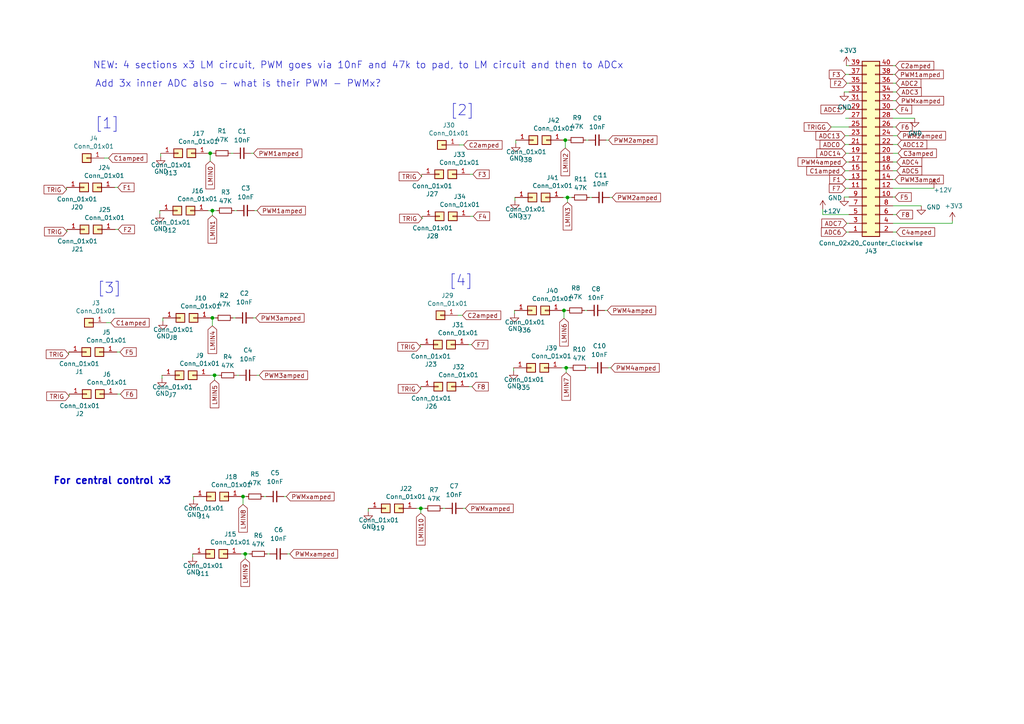
<source format=kicad_sch>
(kicad_sch (version 20211123) (generator eeschema)
  (paper "A4")
  (lib_symbols
    (symbol "Connector_Generic:Conn_01x01" (pin_names (offset 1.016) hide)
      (property "Reference" "J" (at 0 2.54 0))
      (property "Value" "Conn_01x01" (at 0 -2.54 0))
      (symbol "Conn_01x01_1_1"
        (rectangle (start -1.27 0.127) (end 0 -0.127) (stroke (width 0.1524)))
        (rectangle (start -1.27 1.27) (end 1.27 -1.27) (stroke (width 0.254)) (fill (type background)))
        (pin passive line (at -5.08 0 0) (length 3.81) (name "Pin_1") (number "1"))
      )
    )
    (symbol "Connector_Generic:Conn_02x20_Odd_Even" (pin_names (offset 1.016) hide)
      (property "Reference" "J" (at 1.27 25.4 0))
      (property "Value" "Conn_02x20_Odd_Even" (at 1.27 -27.94 0))
      (symbol "Conn_02x20_Odd_Even_1_1"
        (rectangle (start -1.27 -25.273) (end 0 -25.527) (stroke (width 0.1524)))
        (rectangle (start -1.27 -22.733) (end 0 -22.987) (stroke (width 0.1524)))
        (rectangle (start -1.27 -20.193) (end 0 -20.447) (stroke (width 0.1524)))
        (rectangle (start -1.27 -17.653) (end 0 -17.907) (stroke (width 0.1524)))
        (rectangle (start -1.27 -15.113) (end 0 -15.367) (stroke (width 0.1524)))
        (rectangle (start -1.27 -12.573) (end 0 -12.827) (stroke (width 0.1524)))
        (rectangle (start -1.27 -10.033) (end 0 -10.287) (stroke (width 0.1524)))
        (rectangle (start -1.27 -7.493) (end 0 -7.747) (stroke (width 0.1524)))
        (rectangle (start -1.27 -4.953) (end 0 -5.207) (stroke (width 0.1524)))
        (rectangle (start -1.27 -2.413) (end 0 -2.667) (stroke (width 0.1524)))
        (rectangle (start -1.27 0.127) (end 0 -0.127) (stroke (width 0.1524)))
        (rectangle (start -1.27 2.667) (end 0 2.413) (stroke (width 0.1524)))
        (rectangle (start -1.27 5.207) (end 0 4.953) (stroke (width 0.1524)))
        (rectangle (start -1.27 7.747) (end 0 7.493) (stroke (width 0.1524)))
        (rectangle (start -1.27 10.287) (end 0 10.033) (stroke (width 0.1524)))
        (rectangle (start -1.27 12.827) (end 0 12.573) (stroke (width 0.1524)))
        (rectangle (start -1.27 15.367) (end 0 15.113) (stroke (width 0.1524)))
        (rectangle (start -1.27 17.907) (end 0 17.653) (stroke (width 0.1524)))
        (rectangle (start -1.27 20.447) (end 0 20.193) (stroke (width 0.1524)))
        (rectangle (start -1.27 22.987) (end 0 22.733) (stroke (width 0.1524)))
        (rectangle (start -1.27 24.13) (end 3.81 -26.67) (stroke (width 0.254)) (fill (type background)))
        (rectangle (start 3.81 -25.273) (end 2.54 -25.527) (stroke (width 0.1524)))
        (rectangle (start 3.81 -22.733) (end 2.54 -22.987) (stroke (width 0.1524)))
        (rectangle (start 3.81 -20.193) (end 2.54 -20.447) (stroke (width 0.1524)))
        (rectangle (start 3.81 -17.653) (end 2.54 -17.907) (stroke (width 0.1524)))
        (rectangle (start 3.81 -15.113) (end 2.54 -15.367) (stroke (width 0.1524)))
        (rectangle (start 3.81 -12.573) (end 2.54 -12.827) (stroke (width 0.1524)))
        (rectangle (start 3.81 -10.033) (end 2.54 -10.287) (stroke (width 0.1524)))
        (rectangle (start 3.81 -7.493) (end 2.54 -7.747) (stroke (width 0.1524)))
        (rectangle (start 3.81 -4.953) (end 2.54 -5.207) (stroke (width 0.1524)))
        (rectangle (start 3.81 -2.413) (end 2.54 -2.667) (stroke (width 0.1524)))
        (rectangle (start 3.81 0.127) (end 2.54 -0.127) (stroke (width 0.1524)))
        (rectangle (start 3.81 2.667) (end 2.54 2.413) (stroke (width 0.1524)))
        (rectangle (start 3.81 5.207) (end 2.54 4.953) (stroke (width 0.1524)))
        (rectangle (start 3.81 7.747) (end 2.54 7.493) (stroke (width 0.1524)))
        (rectangle (start 3.81 10.287) (end 2.54 10.033) (stroke (width 0.1524)))
        (rectangle (start 3.81 12.827) (end 2.54 12.573) (stroke (width 0.1524)))
        (rectangle (start 3.81 15.367) (end 2.54 15.113) (stroke (width 0.1524)))
        (rectangle (start 3.81 17.907) (end 2.54 17.653) (stroke (width 0.1524)))
        (rectangle (start 3.81 20.447) (end 2.54 20.193) (stroke (width 0.1524)))
        (rectangle (start 3.81 22.987) (end 2.54 22.733) (stroke (width 0.1524)))
        (pin passive line (at -5.08 22.86 0) (length 3.81) (name "Pin_1") (number "1"))
        (pin passive line (at 7.62 12.7 180) (length 3.81) (name "Pin_10") (number "10"))
        (pin passive line (at -5.08 10.16 0) (length 3.81) (name "Pin_11") (number "11"))
        (pin passive line (at 7.62 10.16 180) (length 3.81) (name "Pin_12") (number "12"))
        (pin passive line (at -5.08 7.62 0) (length 3.81) (name "Pin_13") (number "13"))
        (pin passive line (at 7.62 7.62 180) (length 3.81) (name "Pin_14") (number "14"))
        (pin passive line (at -5.08 5.08 0) (length 3.81) (name "Pin_15") (number "15"))
        (pin passive line (at 7.62 5.08 180) (length 3.81) (name "Pin_16") (number "16"))
        (pin passive line (at -5.08 2.54 0) (length 3.81) (name "Pin_17") (number "17"))
        (pin passive line (at 7.62 2.54 180) (length 3.81) (name "Pin_18") (number "18"))
        (pin passive line (at -5.08 0 0) (length 3.81) (name "Pin_19") (number "19"))
        (pin passive line (at 7.62 22.86 180) (length 3.81) (name "Pin_2") (number "2"))
        (pin passive line (at 7.62 0 180) (length 3.81) (name "Pin_20") (number "20"))
        (pin passive line (at -5.08 -2.54 0) (length 3.81) (name "Pin_21") (number "21"))
        (pin passive line (at 7.62 -2.54 180) (length 3.81) (name "Pin_22") (number "22"))
        (pin passive line (at -5.08 -5.08 0) (length 3.81) (name "Pin_23") (number "23"))
        (pin passive line (at 7.62 -5.08 180) (length 3.81) (name "Pin_24") (number "24"))
        (pin passive line (at -5.08 -7.62 0) (length 3.81) (name "Pin_25") (number "25"))
        (pin passive line (at 7.62 -7.62 180) (length 3.81) (name "Pin_26") (number "26"))
        (pin passive line (at -5.08 -10.16 0) (length 3.81) (name "Pin_27") (number "27"))
        (pin passive line (at 7.62 -10.16 180) (length 3.81) (name "Pin_28") (number "28"))
        (pin passive line (at -5.08 -12.7 0) (length 3.81) (name "Pin_29") (number "29"))
        (pin passive line (at -5.08 20.32 0) (length 3.81) (name "Pin_3") (number "3"))
        (pin passive line (at 7.62 -12.7 180) (length 3.81) (name "Pin_30") (number "30"))
        (pin passive line (at -5.08 -15.24 0) (length 3.81) (name "Pin_31") (number "31"))
        (pin passive line (at 7.62 -15.24 180) (length 3.81) (name "Pin_32") (number "32"))
        (pin passive line (at -5.08 -17.78 0) (length 3.81) (name "Pin_33") (number "33"))
        (pin passive line (at 7.62 -17.78 180) (length 3.81) (name "Pin_34") (number "34"))
        (pin passive line (at -5.08 -20.32 0) (length 3.81) (name "Pin_35") (number "35"))
        (pin passive line (at 7.62 -20.32 180) (length 3.81) (name "Pin_36") (number "36"))
        (pin passive line (at -5.08 -22.86 0) (length 3.81) (name "Pin_37") (number "37"))
        (pin passive line (at 7.62 -22.86 180) (length 3.81) (name "Pin_38") (number "38"))
        (pin passive line (at -5.08 -25.4 0) (length 3.81) (name "Pin_39") (number "39"))
        (pin passive line (at 7.62 20.32 180) (length 3.81) (name "Pin_4") (number "4"))
        (pin passive line (at 7.62 -25.4 180) (length 3.81) (name "Pin_40") (number "40"))
        (pin passive line (at -5.08 17.78 0) (length 3.81) (name "Pin_5") (number "5"))
        (pin passive line (at 7.62 17.78 180) (length 3.81) (name "Pin_6") (number "6"))
        (pin passive line (at -5.08 15.24 0) (length 3.81) (name "Pin_7") (number "7"))
        (pin passive line (at 7.62 15.24 180) (length 3.81) (name "Pin_8") (number "8"))
        (pin passive line (at -5.08 12.7 0) (length 3.81) (name "Pin_9") (number "9"))
      )
    )
    (symbol "Device:C_Small" (pin_numbers hide) (pin_names (offset 0.254) hide)
      (property "Reference" "C" (at 0.254 1.778 0))
      (property "Value" "C_Small" (at 0.254 -2.032 0))
      (symbol "C_Small_0_1"
        (polyline (pts (xy -1.524 -0.508) (xy 1.524 -0.508)) (stroke (width 0.3302)))
        (polyline (pts (xy -1.524 0.508) (xy 1.524 0.508)) (stroke (width 0.3048)))
      )
      (symbol "C_Small_1_1"
        (pin passive line (at 0 2.54 270) (length 2.032) (name "~") (number "1"))
        (pin passive line (at 0 -2.54 90) (length 2.032) (name "~") (number "2"))
      )
    )
    (symbol "Device:R_Small" (pin_numbers hide) (pin_names (offset 0.254) hide)
      (property "Reference" "R" (at 0.762 0.508 0))
      (property "Value" "R_Small" (at 0.762 -1.016 0))
      (symbol "R_Small_0_1"
        (rectangle (start -0.762 1.778) (end 0.762 -1.778) (stroke (width 0.2032)))
      )
      (symbol "R_Small_1_1"
        (pin passive line (at 0 2.54 270) (length 0.762) (name "~") (number "1"))
        (pin passive line (at 0 -2.54 90) (length 0.762) (name "~") (number "2"))
      )
    )
    (symbol "power:+12V" (power) (pin_names (offset 0))
      (property "Value" "+12V" (at 0 3.556 0))
      (symbol "+12V_0_1"
        (polyline (pts (xy -0.762 1.27) (xy 0 2.54)))
        (polyline (pts (xy 0 0) (xy 0 2.54)))
        (polyline (pts (xy 0 2.54) (xy 0.762 1.27)))
      )
      (symbol "+12V_1_1"
        (pin power_in line (at 0 0 90) (length 0) hide (name "+12V") (number "1"))
      )
    )
    (symbol "power:+3.3V" (power) (pin_names (offset 0))
      (property "Value" "power_+3.3V" (at 0 3.556 0))
      (symbol "+3.3V_0_1"
        (polyline (pts (xy -0.762 1.27) (xy 0 2.54)))
        (polyline (pts (xy 0 0) (xy 0 2.54)))
        (polyline (pts (xy 0 2.54) (xy 0.762 1.27)))
      )
      (symbol "+3.3V_1_1"
        (pin power_in line (at 0 0 90) (length 0) hide (name "+3V3") (number "1"))
      )
    )
    (symbol "power:GND" (power) (pin_names (offset 0))
      (property "Value" "GND" (at 0 -3.81 0))
      (symbol "GND_0_1"
        (polyline (pts (xy 0 0) (xy 0 -1.27) (xy 1.27 -1.27) (xy 0 -2.54) (xy -1.27 -1.27) (xy 0 -1.27)))
      )
      (symbol "GND_1_1"
        (pin power_in line (at 0 0 270) (length 0) hide (name "GND") (number "1"))
      )
    )
  )
  (junction (at 163.957 40.64))
  (junction (at 163.576 90.043))
  (junction (at 62.23 108.839))
  (junction (at 122.047 147.447))
  (junction (at 71.12 160.655))
  (junction (at 164.211 106.68))
  (junction (at 61.595 61.087))
  (junction (at 61.595 92.202))
  (junction (at 60.96 44.45))
  (junction (at 70.485 144.018))
  (junction (at 164.592 57.277))
  (wire (pts (xy 66.929 44.45) (xy 67.691 44.45)))
  (wire (pts (xy 134.239 147.447) (xy 135.001 147.447)))
  (wire (pts (xy 34.036 114.3) (xy 34.925 114.3)))
  (wire (pts (xy 74.422 108.839) (xy 75.184 108.839)))
  (wire (pts (xy 67.564 92.202) (xy 68.326 92.202)))
  (wire (pts (xy 258.953 41.91) (xy 260.35 41.91)))
  (wire (pts (xy 244.856 26.67) (xy 246.253 26.67)))
  (wire (pts (xy 77.47 160.655) (xy 78.232 160.655)))
  (wire (pts (xy 176.403 106.68) (xy 177.165 106.68)))
  (wire (pts (xy 62.23 108.839) (xy 63.5 108.839)))
  (wire (pts (xy 258.953 36.83) (xy 259.842 36.83)))
  (wire (pts (xy 73.787 61.087) (xy 74.549 61.087)))
  (wire (pts (xy 61.595 61.087) (xy 61.595 62.484)))
  (wire (pts (xy 149.352 57.277) (xy 149.352 58.166)))
  (wire (pts (xy 55.88 160.655) (xy 55.88 161.544)))
  (wire (pts (xy 245.491 19.05) (xy 246.253 19.05)))
  (wire (pts (xy 258.953 29.21) (xy 259.842 29.21)))
  (wire (pts (xy 170.942 57.277) (xy 171.704 57.277)))
  (wire (pts (xy 67.945 61.087) (xy 68.707 61.087)))
  (wire (pts (xy 56.134 144.018) (xy 56.134 144.907)))
  (wire (pts (xy 61.214 92.202) (xy 61.595 92.202)))
  (wire (pts (xy 61.595 61.087) (xy 62.865 61.087)))
  (wire (pts (xy 245.491 46.99) (xy 246.253 46.99)))
  (wire (pts (xy 122.301 50.546) (xy 122.301 51.181)))
  (wire (pts (xy 122.047 112.141) (xy 122.047 112.776)))
  (wire (pts (xy 82.296 144.018) (xy 83.058 144.018)))
  (wire (pts (xy 83.312 160.655) (xy 84.074 160.655)))
  (wire (pts (xy 244.856 57.15) (xy 246.253 57.15)))
  (wire (pts (xy 19.304 54.356) (xy 19.304 54.991)))
  (wire (pts (xy 169.926 40.64) (xy 170.688 40.64)))
  (wire (pts (xy 258.953 57.15) (xy 259.588 57.15)))
  (wire (pts (xy 163.957 40.64) (xy 163.957 42.926)))
  (wire (pts (xy 258.953 21.59) (xy 259.588 21.59)))
  (wire (pts (xy 163.576 90.043) (xy 163.576 92.329)))
  (wire (pts (xy 73.406 92.202) (xy 74.168 92.202)))
  (wire (pts (xy 60.579 44.45) (xy 60.96 44.45)))
  (wire (pts (xy 163.576 40.64) (xy 163.957 40.64)))
  (wire (pts (xy 76.454 144.018) (xy 77.216 144.018)))
  (wire (pts (xy 136.398 62.738) (xy 137.287 62.738)))
  (wire (pts (xy 136.017 112.141) (xy 136.906 112.141)))
  (wire (pts (xy 163.195 90.043) (xy 163.576 90.043)))
  (wire (pts (xy 163.576 90.043) (xy 164.465 90.043)))
  (wire (pts (xy 245.364 52.07) (xy 246.253 52.07)))
  (wire (pts (xy 30.861 93.599) (xy 32.131 93.599)))
  (wire (pts (xy 170.561 106.68) (xy 171.323 106.68)))
  (wire (pts (xy 106.807 147.447) (xy 106.807 148.336)))
  (wire (pts (xy 70.485 144.018) (xy 70.485 146.304)))
  (wire (pts (xy 72.771 44.45) (xy 73.533 44.45)))
  (wire (pts (xy 258.953 49.53) (xy 260.096 49.53)))
  (wire (pts (xy 69.85 160.655) (xy 71.12 160.655)))
  (wire (pts (xy 162.941 106.68) (xy 164.211 106.68)))
  (wire (pts (xy 70.485 144.018) (xy 71.374 144.018)))
  (wire (pts (xy 164.592 57.277) (xy 165.862 57.277)))
  (wire (pts (xy 245.491 67.31) (xy 246.253 67.31)))
  (wire (pts (xy 169.545 90.043) (xy 170.307 90.043)))
  (wire (pts (xy 245.618 24.13) (xy 246.253 24.13)))
  (wire (pts (xy 120.777 147.447) (xy 122.047 147.447)))
  (wire (pts (xy 258.953 64.77) (xy 276.225 64.77)))
  (wire (pts (xy 46.355 61.087) (xy 46.355 61.976)))
  (wire (pts (xy 175.387 90.043) (xy 176.149 90.043)))
  (wire (pts (xy 245.618 64.77) (xy 246.253 64.77)))
  (wire (pts (xy 163.957 40.64) (xy 164.846 40.64)))
  (wire (pts (xy 238.633 62.23) (xy 246.253 62.23)))
  (wire (pts (xy 60.96 44.45) (xy 61.849 44.45)))
  (wire (pts (xy 164.592 57.277) (xy 164.592 58.674)))
  (wire (pts (xy 258.953 39.37) (xy 260.223 39.37)))
  (wire (pts (xy 46.609 44.45) (xy 46.609 45.339)))
  (wire (pts (xy 133.223 42.037) (xy 134.493 42.037)))
  (wire (pts (xy 149.225 90.043) (xy 149.225 90.932)))
  (wire (pts (xy 245.237 34.29) (xy 246.253 34.29)))
  (wire (pts (xy 276.225 64.77) (xy 276.225 64.135)))
  (wire (pts (xy 258.953 59.69) (xy 267.208 59.69)))
  (wire (pts (xy 121.92 99.949) (xy 121.92 100.584)))
  (wire (pts (xy 176.784 57.277) (xy 177.546 57.277)))
  (wire (pts (xy 245.364 44.45) (xy 246.253 44.45)))
  (wire (pts (xy 122.428 62.738) (xy 122.428 63.373)))
  (wire (pts (xy 60.325 61.087) (xy 61.595 61.087)))
  (wire (pts (xy 245.11 41.91) (xy 246.253 41.91)))
  (wire (pts (xy 19.431 66.548) (xy 19.431 67.183)))
  (wire (pts (xy 68.58 108.839) (xy 69.342 108.839)))
  (wire (pts (xy 47.244 92.202) (xy 47.244 93.091)))
  (wire (pts (xy 258.953 26.67) (xy 259.969 26.67)))
  (wire (pts (xy 258.953 34.29) (xy 265.303 34.29)))
  (wire (pts (xy 122.047 147.447) (xy 122.047 148.844)))
  (wire (pts (xy 71.12 160.655) (xy 72.39 160.655)))
  (wire (pts (xy 20.066 114.3) (xy 20.066 114.935)))
  (wire (pts (xy 245.364 31.75) (xy 246.253 31.75)))
  (wire (pts (xy 258.953 67.31) (xy 259.969 67.31)))
  (wire (pts (xy 33.274 54.356) (xy 34.163 54.356)))
  (wire (pts (xy 258.953 54.61) (xy 270.891 54.61)))
  (wire (pts (xy 245.237 54.61) (xy 246.253 54.61)))
  (wire (pts (xy 30.226 45.847) (xy 31.496 45.847)))
  (wire (pts (xy 164.211 106.68) (xy 164.211 108.077)))
  (wire (pts (xy 60.96 108.839) (xy 62.23 108.839)))
  (wire (pts (xy 258.953 62.23) (xy 259.969 62.23)))
  (wire (pts (xy 70.104 144.018) (xy 70.485 144.018)))
  (wire (pts (xy 61.595 92.202) (xy 61.595 94.488)))
  (wire (pts (xy 62.23 108.839) (xy 62.23 110.236)))
  (wire (pts (xy 135.89 99.949) (xy 136.779 99.949)))
  (wire (pts (xy 163.322 57.277) (xy 164.592 57.277)))
  (wire (pts (xy 245.237 21.59) (xy 246.253 21.59)))
  (wire (pts (xy 33.401 66.548) (xy 34.29 66.548)))
  (wire (pts (xy 71.12 160.655) (xy 71.12 162.052)))
  (wire (pts (xy 245.11 39.37) (xy 246.253 39.37)))
  (wire (pts (xy 258.953 44.45) (xy 260.477 44.45)))
  (wire (pts (xy 258.953 46.99) (xy 260.096 46.99)))
  (wire (pts (xy 238.633 60.706) (xy 238.633 62.23)))
  (wire (pts (xy 46.99 108.839) (xy 46.99 109.728)))
  (wire (pts (xy 258.953 31.75) (xy 259.715 31.75)))
  (wire (pts (xy 61.595 92.202) (xy 62.484 92.202)))
  (wire (pts (xy 245.11 49.53) (xy 246.253 49.53)))
  (wire (pts (xy 33.909 102.108) (xy 34.798 102.108)))
  (wire (pts (xy 122.047 147.447) (xy 123.317 147.447)))
  (wire (pts (xy 128.397 147.447) (xy 129.159 147.447)))
  (wire (pts (xy 136.271 50.546) (xy 137.16 50.546)))
  (wire (pts (xy 258.953 24.13) (xy 259.842 24.13)))
  (wire (pts (xy 19.939 102.108) (xy 19.939 102.743)))
  (wire (pts (xy 175.768 40.64) (xy 176.53 40.64)))
  (wire (pts (xy 148.971 106.68) (xy 148.971 107.569)))
  (wire (pts (xy 258.953 52.07) (xy 259.588 52.07)))
  (wire (pts (xy 241.046 36.83) (xy 246.253 36.83)))
  (wire (pts (xy 258.953 19.05) (xy 259.715 19.05)))
  (wire (pts (xy 164.211 106.68) (xy 165.481 106.68)))
  (wire (pts (xy 149.606 40.64) (xy 149.606 41.529)))
  (wire (pts (xy 60.96 44.45) (xy 60.96 46.736)))
  (wire (pts (xy 132.842 91.44) (xy 134.112 91.44)))
  (text "[3]" (at 28.194 85.471 0) (effects (font (size 2.9972 2.9972)) (justify left bottom)))
  (text "\n" (at 123.571 41.021 0) (effects (font (size 2.0066 2.0066)) (justify left bottom)))
  (text "\n" (at 154.432 94.615 0) (effects (font (size 2.0066 2.0066)) (justify left bottom)))
  (text "\n" (at 205.232 60.833 0) (effects (font (size 2.0066 2.0066)) (justify left bottom)))
  (text "\n" (at 61.341 154.051 0) (effects (font (size 2.0066 2.0066)) (justify left bottom)))
  (text "\n" (at 154.178 111.252 0) (effects (font (size 2.0066 2.0066)) (justify left bottom)))
  (text "[4]" (at 130.175 83.312 0) (effects (font (size 2.9972 2.9972)) (justify left bottom)))
  (text "\n" (at 123.19 97.409 0) (effects (font (size 2.0066 2.0066)) (justify left bottom)))
  (text "\n" (at 127.508 30.607 0) (effects (font (size 2.0066 2.0066)) (justify left bottom)))
  (text "\n" (at 52.451 102.235 0) (effects (font (size 2.0066 2.0066)) (justify left bottom)))
  (text "\n" (at 123.19 90.424 0) (effects (font (size 2.0066 2.0066)) (justify left bottom)))
  (text "\n" (at 20.574 42.545 0) (effects (font (size 2.0066 2.0066)) (justify left bottom)))
  (text "\n" (at 24.13 77.597 0) (effects (font (size 2.0066 2.0066)) (justify left bottom)))
  (text "\n" (at 51.816 49.022 0) (effects (font (size 2.0066 2.0066)) (justify left bottom)))
  (text "\n" (at 205.232 67.818 0) (effects (font (size 2.0066 2.0066)) (justify left bottom)))
  (text "\n" (at 117.475 97.663 0) (effects (font (size 2.0066 2.0066)) (justify left bottom)))
  (text "\n" (at 51.562 71.12 0) (effects (font (size 2.0066 2.0066)) (justify left bottom)))
  (text "\n" (at 154.559 67.31 0) (effects (font (size 2.0066 2.0066)) (justify left bottom)))
  (text "For central control x3" (at 15.367 140.716 0) (effects (font (size 2 2) (thickness 0.4) bold) (justify left bottom)))
  (text "\n" (at 61.087 170.688 0) (effects (font (size 2.0066 2.0066)) (justify left bottom)))
  (text "\n" (at 154.432 100.076 0) (effects (font (size 2.0066 2.0066)) (justify left bottom)))
  (text "NEW: 4 sections x3 LM circuit, PWM goes via 10nF and 47k to pad, to LM circuit and then to ADCx" (at 26.924 20.193 0) (effects (font (size 2 2)) (justify left bottom)))
  (text "\n" (at 127.508 55.118 0) (effects (font (size 2.0066 2.0066)) (justify left bottom)))
  (text "\n" (at 52.197 118.872 0) (effects (font (size 2.0066 2.0066)) (justify left bottom)))
  (text "\n" (at 21.209 90.297 0) (effects (font (size 2.0066 2.0066)) (justify left bottom)))
  (text "\n" (at 123.571 38.735 0) (effects (font (size 2.0066 2.0066)) (justify left bottom)))
  (text "\n" (at 154.813 50.673 0) (effects (font (size 2.0066 2.0066)) (justify left bottom)))
  (text "\n" (at 52.197 113.411 0) (effects (font (size 2.0066 2.0066)) (justify left bottom)))
  (text "\n" (at 117.475 95.377 0) (effects (font (size 2.0066 2.0066)) (justify left bottom)))
  (text "\n" (at 117.856 48.26 0) (effects (font (size 2.0066 2.0066)) (justify left bottom)))
  (text "\n" (at 123.19 88.138 0) (effects (font (size 2.0066 2.0066)) (justify left bottom)))
  (text "\n" (at 20.574 51.816 0) (effects (font (size 2.0066 2.0066)) (justify left bottom)))
  (text "\n" (at 117.856 45.974 0) (effects (font (size 2.0066 2.0066)) (justify left bottom)))
  (text "\n" (at 127.635 67.31 0) (effects (font (size 2.0066 2.0066)) (justify left bottom)))
  (text "\n" (at 25.146 106.68 0) (effects (font (size 2.0066 2.0066)) (justify left bottom)))
  (text "\n" (at 20.574 44.831 0) (effects (font (size 2.0066 2.0066)) (justify left bottom)))
  (text "\n" (at 25.273 118.872 0) (effects (font (size 2.0066 2.0066)) (justify left bottom)))
  (text "\n" (at 24.511 34.417 0) (effects (font (size 2.0066 2.0066)) (justify left bottom)))
  (text "\n" (at 127.254 116.713 0) (effects (font (size 2.0066 2.0066)) (justify left bottom)))
  (text "[2]" (at 130.556 33.909 0) (effects (font (size 2.9972 2.9972)) (justify left bottom)))
  (text "\n" (at 123.571 48.006 0) (effects (font (size 2.0066 2.0066)) (justify left bottom)))
  (text "\n" (at 154.559 61.849 0) (effects (font (size 2.0066 2.0066)) (justify left bottom)))
  (text "[1]" (at 27.559 37.719 0) (effects (font (size 2.9972 2.9972)) (justify left bottom)))
  (text "\n" (at 154.813 45.212 0) (effects (font (size 2.0066 2.0066)) (justify left bottom)))
  (text "\n" (at 21.209 92.583 0) (effects (font (size 2.0066 2.0066)) (justify left bottom)))
  (text "\n" (at 117.475 104.648 0) (effects (font (size 2.0066 2.0066)) (justify left bottom)))
  (text "\n" (at 205.232 58.547 0) (effects (font (size 2.0066 2.0066)) (justify left bottom)))
  (text "\n" (at 127.127 73.787 0) (effects (font (size 2.0066 2.0066)) (justify left bottom)))
  (text "\n" (at 112.014 152.019 0) (effects (font (size 2.0066 2.0066)) (justify left bottom)))
  (text "\n" (at 117.856 55.245 0) (effects (font (size 2.0066 2.0066)) (justify left bottom)))
  (text "\n" (at 51.816 54.483 0) (effects (font (size 2.0066 2.0066)) (justify left bottom)))
  (text "\n" (at 61.341 148.59 0) (effects (font (size 2.0066 2.0066)) (justify left bottom)))
  (text "\n" (at 61.087 165.227 0) (effects (font (size 2.0066 2.0066)) (justify left bottom)))
  (text "\n" (at 52.451 96.774 0) (effects (font (size 2.0066 2.0066)) (justify left bottom)))
  (text "\n" (at 154.178 116.713 0) (effects (font (size 2.0066 2.0066)) (justify left bottom)))
  (text "Add 3x inner ADC also - what is their PWM - PWMx?\n" (at 27.559 25.527 0) (effects (font (size 2 2)) (justify left bottom)))
  (text "\n" (at 24.638 71.12 0) (effects (font (size 2.0066 2.0066)) (justify left bottom)))
  (text "\n" (at 112.014 157.48 0) (effects (font (size 2.0066 2.0066)) (justify left bottom)))
  (text "\n" (at 51.562 65.659 0) (effects (font (size 2.0066 2.0066)) (justify left bottom)))
  (text "\n" (at 127.127 104.521 0) (effects (font (size 2.0066 2.0066)) (justify left bottom)))
  (text "\n" (at 21.209 99.568 0) (effects (font (size 2.0066 2.0066)) (justify left bottom)))
  (text "\n" (at 24.511 58.928 0) (effects (font (size 2.0066 2.0066)) (justify left bottom)))
  (global_label "ADC0" (shape input) (at 245.11 41.91 180) (property "Intersheet References" "${INTERSHEET_REFS}" (effects hide)))
  (global_label "F7" (shape input) (at 136.779 99.949 0) (property "Intersheet References" "${INTERSHEET_REFS}" (effects hide)))
  (global_label "F3" (shape input) (at 245.237 21.59 180) (property "Intersheet References" "${INTERSHEET_REFS}" (effects hide)))
  (global_label "F2" (shape input) (at 245.618 24.13 180) (property "Intersheet References" "${INTERSHEET_REFS}" (effects hide)))
  (global_label "PWMxamped" (shape input) (at 84.074 160.655 0) (property "Intersheet References" "${INTERSHEET_REFS}" (effects hide)))
  (global_label "LMIN9" (shape input) (at 71.12 162.052 270) (property "Intersheet References" "${INTERSHEET_REFS}" (effects hide)))
  (global_label "ADC7" (shape input) (at 245.618 64.77 180) (property "Intersheet References" "${INTERSHEET_REFS}" (effects hide)))
  (global_label "ADC1" (shape input) (at 245.364 31.75 180) (property "Intersheet References" "${INTERSHEET_REFS}" (effects hide)))
  (global_label "F6" (shape input) (at 259.842 36.83 0) (property "Intersheet References" "${INTERSHEET_REFS}" (effects hide)))
  (global_label "PWM4amped" (shape input) (at 176.149 90.043 0) (property "Intersheet References" "${INTERSHEET_REFS}" (effects hide)))
  (global_label "PWM2amped" (shape input) (at 260.223 39.37 0) (property "Intersheet References" "${INTERSHEET_REFS}" (effects hide)))
  (global_label "ADC12" (shape input) (at 260.35 41.91 0) (property "Intersheet References" "${INTERSHEET_REFS}" (effects hide)))
  (global_label "C1amped" (shape input) (at 31.496 45.847 0) (property "Intersheet References" "${INTERSHEET_REFS}" (effects hide)))
  (global_label "TRIG" (shape input) (at 122.301 51.181 180) (property "Intersheet References" "${INTERSHEET_REFS}" (effects hide)))
  (global_label "C1amped" (shape input) (at 32.131 93.599 0) (property "Intersheet References" "${INTERSHEET_REFS}" (effects hide)))
  (global_label "PWM2amped" (shape input) (at 177.546 57.277 0) (property "Intersheet References" "${INTERSHEET_REFS}" (effects hide)))
  (global_label "LMIN0" (shape input) (at 60.96 46.736 270) (property "Intersheet References" "${INTERSHEET_REFS}" (effects hide)))
  (global_label "PWM1amped" (shape input) (at 259.588 21.59 0) (property "Intersheet References" "${INTERSHEET_REFS}" (effects hide)))
  (global_label "PWMxamped" (shape input) (at 259.842 29.21 0) (property "Intersheet References" "${INTERSHEET_REFS}" (effects hide)))
  (global_label "F5" (shape input) (at 34.798 102.108 0) (property "Intersheet References" "${INTERSHEET_REFS}" (effects hide)))
  (global_label "LMIN5" (shape input) (at 62.23 110.236 270) (property "Intersheet References" "${INTERSHEET_REFS}" (effects hide)))
  (global_label "PWM3amped" (shape input) (at 74.168 92.202 0) (property "Intersheet References" "${INTERSHEET_REFS}" (effects hide)))
  (global_label "F5" (shape input) (at 259.588 57.15 0) (property "Intersheet References" "${INTERSHEET_REFS}" (effects hide)))
  (global_label "F3" (shape input) (at 137.16 50.546 0) (property "Intersheet References" "${INTERSHEET_REFS}" (effects hide)))
  (global_label "C2amped" (shape input) (at 134.112 91.44 0) (property "Intersheet References" "${INTERSHEET_REFS}" (effects hide)))
  (global_label "LMIN2" (shape input) (at 163.957 42.926 270) (property "Intersheet References" "${INTERSHEET_REFS}" (effects hide)))
  (global_label "C2amped" (shape input) (at 134.493 42.037 0) (property "Intersheet References" "${INTERSHEET_REFS}" (effects hide)))
  (global_label "F4" (shape input) (at 259.715 31.75 0) (property "Intersheet References" "${INTERSHEET_REFS}" (effects hide)))
  (global_label "C2amped" (shape input) (at 259.715 19.05 0) (property "Intersheet References" "${INTERSHEET_REFS}" (effects hide)))
  (global_label "F7" (shape input) (at 245.237 54.61 180) (property "Intersheet References" "${INTERSHEET_REFS}" (effects hide)))
  (global_label "LMIN3" (shape input) (at 164.592 58.674 270) (property "Intersheet References" "${INTERSHEET_REFS}" (effects hide)))
  (global_label "TRIG" (shape input) (at 19.431 67.183 180) (property "Intersheet References" "${INTERSHEET_REFS}" (effects hide)))
  (global_label "PWMxamped" (shape input) (at 135.001 147.447 0) (property "Intersheet References" "${INTERSHEET_REFS}" (effects hide)))
  (global_label "F1" (shape input) (at 245.364 52.07 180) (property "Intersheet References" "${INTERSHEET_REFS}" (effects hide)))
  (global_label "TRIG" (shape input) (at 19.939 102.743 180) (property "Intersheet References" "${INTERSHEET_REFS}" (effects hide)))
  (global_label "ADC4" (shape input) (at 260.096 46.99 0) (property "Intersheet References" "${INTERSHEET_REFS}" (effects hide)))
  (global_label "F4" (shape input) (at 137.287 62.738 0) (property "Intersheet References" "${INTERSHEET_REFS}" (effects hide)))
  (global_label "ADC2" (shape input) (at 259.842 24.13 0) (property "Intersheet References" "${INTERSHEET_REFS}" (effects hide)))
  (global_label "LMIN7" (shape input) (at 164.211 108.077 270) (property "Intersheet References" "${INTERSHEET_REFS}" (effects hide)))
  (global_label "TRIG" (shape input) (at 121.92 100.584 180) (property "Intersheet References" "${INTERSHEET_REFS}" (effects hide)))
  (global_label "ADC14" (shape input) (at 245.364 44.45 180) (property "Intersheet References" "${INTERSHEET_REFS}" (effects hide)))
  (global_label "LMIN10" (shape input) (at 122.047 148.844 270) (property "Intersheet References" "${INTERSHEET_REFS}" (effects hide)))
  (global_label "C4amped" (shape input) (at 259.969 67.31 0) (property "Intersheet References" "${INTERSHEET_REFS}" (effects hide)))
  (global_label "LMIN6" (shape input) (at 163.576 92.329 270) (property "Intersheet References" "${INTERSHEET_REFS}" (effects hide)))
  (global_label "F2" (shape input) (at 34.29 66.548 0) (property "Intersheet References" "${INTERSHEET_REFS}" (effects hide)))
  (global_label "PWM1amped" (shape input) (at 73.533 44.45 0) (property "Intersheet References" "${INTERSHEET_REFS}" (effects hide)))
  (global_label "F8" (shape input) (at 136.906 112.141 0) (property "Intersheet References" "${INTERSHEET_REFS}" (effects hide)))
  (global_label "TRIGG" (shape input) (at 241.046 36.83 180) (property "Intersheet References" "${INTERSHEET_REFS}" (effects hide)))
  (global_label "ADC5" (shape input) (at 260.096 49.53 0) (property "Intersheet References" "${INTERSHEET_REFS}" (effects hide)))
  (global_label "F1" (shape input) (at 34.163 54.356 0) (property "Intersheet References" "${INTERSHEET_REFS}" (effects hide)))
  (global_label "PWM2amped" (shape input) (at 176.53 40.64 0) (property "Intersheet References" "${INTERSHEET_REFS}" (effects hide)))
  (global_label "C1amped" (shape input) (at 245.11 49.53 180) (property "Intersheet References" "${INTERSHEET_REFS}" (effects hide)))
  (global_label "PWM3amped" (shape input) (at 75.184 108.839 0) (property "Intersheet References" "${INTERSHEET_REFS}" (effects hide)))
  (global_label "TRIG" (shape input) (at 20.066 114.935 180) (property "Intersheet References" "${INTERSHEET_REFS}" (effects hide)))
  (global_label "F6" (shape input) (at 34.925 114.3 0) (property "Intersheet References" "${INTERSHEET_REFS}" (effects hide)))
  (global_label "PWMxamped" (shape input) (at 83.058 144.018 0) (property "Intersheet References" "${INTERSHEET_REFS}" (effects hide)))
  (global_label "PWM4amped" (shape input) (at 245.491 46.99 180) (property "Intersheet References" "${INTERSHEET_REFS}" (effects hide)))
  (global_label "TRIG" (shape input) (at 122.428 63.373 180) (property "Intersheet References" "${INTERSHEET_REFS}" (effects hide)))
  (global_label "TRIG" (shape input) (at 122.047 112.776 180) (property "Intersheet References" "${INTERSHEET_REFS}" (effects hide)))
  (global_label "F8" (shape input) (at 259.969 62.23 0) (property "Intersheet References" "${INTERSHEET_REFS}" (effects hide)))
  (global_label "ADC6" (shape input) (at 245.491 67.31 180) (property "Intersheet References" "${INTERSHEET_REFS}" (effects hide)))
  (global_label "LMIN1" (shape input) (at 61.595 62.484 270) (property "Intersheet References" "${INTERSHEET_REFS}" (effects hide)))
  (global_label "LMIN4" (shape input) (at 61.595 94.488 270) (property "Intersheet References" "${INTERSHEET_REFS}" (effects hide)))
  (global_label "C3amped" (shape input) (at 260.477 44.45 0) (property "Intersheet References" "${INTERSHEET_REFS}" (effects hide)))
  (global_label "LMIN8" (shape input) (at 70.485 146.304 270) (property "Intersheet References" "${INTERSHEET_REFS}" (effects hide)))
  (global_label "TRIG" (shape input) (at 19.304 54.991 180) (property "Intersheet References" "${INTERSHEET_REFS}" (effects hide)))
  (global_label "PWM4amped" (shape input) (at 177.165 106.68 0) (property "Intersheet References" "${INTERSHEET_REFS}" (effects hide)))
  (global_label "ADC3" (shape input) (at 259.969 26.67 0) (property "Intersheet References" "${INTERSHEET_REFS}" (effects hide)))
  (global_label "PWM3amped" (shape input) (at 259.588 52.07 0) (property "Intersheet References" "${INTERSHEET_REFS}" (effects hide)))
  (global_label "PWM1amped" (shape input) (at 74.549 61.087 0) (property "Intersheet References" "${INTERSHEET_REFS}" (effects hide)))
  (global_label "ADC13" (shape input) (at 245.11 39.37 180) (property "Intersheet References" "${INTERSHEET_REFS}" (effects hide)))
  (symbol (lib_id "Connector_Generic:Conn_01x01") (at 25.146 45.847 180) (unit 1)
    (property "Reference" "J4" (at 27.178 40.132 0))
    (property "Value" "Conn_01x01" (at 27.178 42.4434 0))
    (property "Footprint" "TestPoint:TestPoint_Pad_1.0x1.0mm" (effects hide))
  )
  (symbol (lib_id "Connector_Generic:Conn_01x01") (at 55.499 44.45 180) (unit 1)
    (property "Reference" "J17" (at 57.531 38.735 0))
    (property "Value" "Conn_01x01" (at 57.531 41.0464 0))
    (property "Footprint" "TestPoint:TestPoint_Pad_1.0x1.0mm" (effects hide))
  )
  (symbol (lib_id "power:GND") (at 46.609 45.339 0) (unit 1)
    (property "Reference" "#PWR08" (effects hide))
    (property "Value" "GND" (at 46.736 49.7332 0))
  )
  (symbol (lib_id "Connector_Generic:Conn_01x01") (at 51.689 44.45 0) (unit 1)
    (property "Reference" "J13" (at 49.657 50.165 0))
    (property "Value" "Conn_01x01" (at 49.657 47.8536 0))
    (property "Footprint" "TestPoint:TestPoint_Pad_1.0x1.0mm" (effects hide))
  )
  (symbol (lib_id "Connector_Generic:Conn_01x01") (at 55.245 61.087 180) (unit 1)
    (property "Reference" "J16" (at 57.277 55.372 0))
    (property "Value" "Conn_01x01" (at 57.277 57.6834 0))
    (property "Footprint" "TestPoint:TestPoint_Pad_1.0x1.0mm" (effects hide))
  )
  (symbol (lib_id "Connector_Generic:Conn_01x01") (at 51.435 61.087 0) (unit 1)
    (property "Reference" "J12" (at 49.403 66.802 0))
    (property "Value" "Conn_01x01" (at 49.403 64.4906 0))
    (property "Footprint" "TestPoint:TestPoint_Pad_1.0x1.0mm" (effects hide))
  )
  (symbol (lib_id "Connector_Generic:Conn_01x01") (at 28.194 54.356 180) (unit 1)
    (property "Reference" "J24" (at 30.226 48.641 0))
    (property "Value" "Conn_01x01" (at 30.226 50.9524 0))
    (property "Footprint" "TestPoint:TestPoint_Pad_1.0x1.0mm" (effects hide))
  )
  (symbol (lib_id "Connector_Generic:Conn_01x01") (at 24.384 54.356 0) (unit 1)
    (property "Reference" "J20" (at 22.352 60.071 0))
    (property "Value" "Conn_01x01" (at 22.352 57.7596 0))
    (property "Footprint" "TestPoint:TestPoint_Pad_1.0x1.0mm" (effects hide))
  )
  (symbol (lib_id "Connector_Generic:Conn_01x01") (at 28.321 66.548 180) (unit 1)
    (property "Reference" "J25" (at 30.353 60.833 0))
    (property "Value" "Conn_01x01" (at 30.353 63.1444 0))
    (property "Footprint" "TestPoint:TestPoint_Pad_1.0x1.0mm" (effects hide))
  )
  (symbol (lib_id "Connector_Generic:Conn_01x01") (at 24.511 66.548 0) (unit 1)
    (property "Reference" "J21" (at 22.479 72.263 0))
    (property "Value" "Conn_01x01" (at 22.479 69.9516 0))
    (property "Footprint" "TestPoint:TestPoint_Pad_1.0x1.0mm" (effects hide))
  )
  (symbol (lib_id "Connector_Generic:Conn_01x01") (at 154.051 106.68 0) (unit 1)
    (property "Reference" "J35" (at 152.019 112.395 0))
    (property "Value" "Conn_01x01" (at 152.019 110.0836 0))
    (property "Footprint" "TestPoint:TestPoint_Pad_1.0x1.0mm" (effects hide))
  )
  (symbol (lib_id "power:+3.3V") (at 245.491 19.05 0) (unit 1)
    (property "Reference" "#PWR0112" (effects hide))
    (property "Value" "+3.3V" (at 245.872 14.6558 0))
  )
  (symbol (lib_id "power:GND") (at 149.225 90.932 0) (unit 1)
    (property "Reference" "#PWR0101" (effects hide))
    (property "Value" "GND" (at 149.352 95.3262 0))
  )
  (symbol (lib_id "Device:C_Small") (at 174.244 57.277 90) (unit 1)
    (property "Reference" "C11" (at 174.2503 50.8 90))
    (property "Value" "10nF" (at 174.2503 53.34 90))
    (property "Footprint" "Capacitor_SMD:C_0805_2012Metric" (effects hide))
  )
  (symbol (lib_id "Connector_Generic:Conn_01x01") (at 61.214 144.018 0) (unit 1)
    (property "Reference" "J14" (at 59.182 149.733 0))
    (property "Value" "Conn_01x01" (at 59.182 147.4216 0))
    (property "Footprint" "TestPoint:TestPoint_Pad_1.0x1.0mm" (effects hide))
  )
  (symbol (lib_id "power:GND") (at 265.303 34.29 0) (unit 1)
    (property "Reference" "#PWR0110" (effects hide))
    (property "Value" "GND" (at 265.43 38.6842 0))
  )
  (symbol (lib_id "Connector_Generic:Conn_01x01") (at 154.432 57.277 0) (unit 1)
    (property "Reference" "J37" (at 152.4 62.992 0))
    (property "Value" "Conn_01x01" (at 152.4 60.6806 0))
    (property "Footprint" "TestPoint:TestPoint_Pad_1.0x1.0mm" (effects hide))
  )
  (symbol (lib_id "Device:R_Small") (at 168.402 57.277 90) (unit 1)
    (property "Reference" "R11" (at 168.402 51.943 90))
    (property "Value" "47K" (at 168.402 54.483 90))
    (property "Footprint" "Resistor_SMD:R_0805_2012Metric" (effects hide))
  )
  (symbol (lib_id "Connector_Generic:Conn_01x01") (at 127.508 62.738 0) (unit 1)
    (property "Reference" "J28" (at 125.476 68.453 0))
    (property "Value" "Conn_01x01" (at 125.476 66.1416 0))
    (property "Footprint" "TestPoint:TestPoint_Pad_1.0x1.0mm" (effects hide))
  )
  (symbol (lib_id "Device:C_Small") (at 71.882 108.839 90) (unit 1)
    (property "Reference" "C4" (at 71.8883 101.6 90))
    (property "Value" "10nF" (at 71.8883 104.14 90))
    (property "Footprint" "Capacitor_SMD:C_0805_2012Metric" (effects hide))
  )
  (symbol (lib_id "Connector_Generic:Conn_01x01") (at 115.697 147.447 180) (unit 1)
    (property "Reference" "J22" (at 117.729 141.732 0))
    (property "Value" "Conn_01x01" (at 117.729 144.0434 0))
    (property "Footprint" "TestPoint:TestPoint_Pad_1.0x1.0mm" (effects hide))
  )
  (symbol (lib_id "power:+3.3V") (at 276.225 64.135 0) (unit 1)
    (property "Reference" "#PWR0106" (effects hide))
    (property "Value" "+3.3V" (at 276.606 59.7408 0))
  )
  (symbol (lib_id "Device:R_Small") (at 73.914 144.018 90) (unit 1)
    (property "Reference" "R5" (at 73.914 137.541 90))
    (property "Value" "47K" (at 73.914 140.081 90))
    (property "Footprint" "Resistor_SMD:R_0805_2012Metric" (effects hide))
  )
  (symbol (lib_id "Device:C_Small") (at 71.247 61.087 90) (unit 1)
    (property "Reference" "C3" (at 71.2533 54.61 90))
    (property "Value" "10nF" (at 71.2533 57.15 90))
    (property "Footprint" "Capacitor_SMD:C_0805_2012Metric" (effects hide))
  )
  (symbol (lib_id "Device:R_Small") (at 167.386 40.64 90) (unit 1)
    (property "Reference" "R9" (at 167.386 34.163 90))
    (property "Value" "47K" (at 167.386 36.703 90))
    (property "Footprint" "Resistor_SMD:R_0805_2012Metric" (effects hide))
  )
  (symbol (lib_id "power:GND") (at 55.88 161.544 0) (unit 1)
    (property "Reference" "#PWR0116" (effects hide))
    (property "Value" "GND" (at 56.007 165.9382 0))
  )
  (symbol (lib_id "Connector_Generic:Conn_01x01") (at 127.127 112.141 0) (unit 1)
    (property "Reference" "J26" (at 125.095 117.856 0))
    (property "Value" "Conn_01x01" (at 125.095 115.5446 0))
    (property "Footprint" "TestPoint:TestPoint_Pad_1.0x1.0mm" (effects hide))
  )
  (symbol (lib_id "power:GND") (at 46.99 109.728 0) (unit 1)
    (property "Reference" "#PWR0115" (effects hide))
    (property "Value" "GND" (at 47.117 114.1222 0))
  )
  (symbol (lib_id "Connector_Generic:Conn_01x01") (at 52.07 108.839 0) (unit 1)
    (property "Reference" "J7" (at 50.038 114.554 0))
    (property "Value" "Conn_01x01" (at 50.038 112.2426 0))
    (property "Footprint" "TestPoint:TestPoint_Pad_1.0x1.0mm" (effects hide))
  )
  (symbol (lib_id "Device:R_Small") (at 167.005 90.043 90) (unit 1)
    (property "Reference" "R8" (at 167.005 83.566 90))
    (property "Value" "47K" (at 167.005 86.106 90))
    (property "Footprint" "Resistor_SMD:R_0805_2012Metric" (effects hide))
  )
  (symbol (lib_id "Connector_Generic:Conn_01x01") (at 158.496 40.64 180) (unit 1)
    (property "Reference" "J42" (at 160.528 34.925 0))
    (property "Value" "Conn_01x01" (at 160.528 37.2364 0))
    (property "Footprint" "TestPoint:TestPoint_Pad_1.0x1.0mm" (effects hide))
  )
  (symbol (lib_id "Connector_Generic:Conn_01x01") (at 131.191 50.546 180) (unit 1)
    (property "Reference" "J33" (at 133.223 44.831 0))
    (property "Value" "Conn_01x01" (at 133.223 47.1424 0))
    (property "Footprint" "TestPoint:TestPoint_Pad_1.0x1.0mm" (effects hide))
  )
  (symbol (lib_id "Device:R_Small") (at 74.93 160.655 90) (unit 1)
    (property "Reference" "R6" (at 74.93 155.321 90))
    (property "Value" "47K" (at 74.93 157.861 90))
    (property "Footprint" "Resistor_SMD:R_0805_2012Metric" (effects hide))
  )
  (symbol (lib_id "Connector_Generic:Conn_01x01") (at 130.81 99.949 180) (unit 1)
    (property "Reference" "J31" (at 132.842 94.234 0))
    (property "Value" "Conn_01x01" (at 132.842 96.5454 0))
    (property "Footprint" "TestPoint:TestPoint_Pad_1.0x1.0mm" (effects hide))
  )
  (symbol (lib_id "Connector_Generic:Conn_01x01") (at 157.861 106.68 180) (unit 1)
    (property "Reference" "J39" (at 159.893 100.965 0))
    (property "Value" "Conn_01x01" (at 159.893 103.2764 0))
    (property "Footprint" "TestPoint:TestPoint_Pad_1.0x1.0mm" (effects hide))
  )
  (symbol (lib_id "Connector_Generic:Conn_01x01") (at 127.762 91.44 180) (unit 1)
    (property "Reference" "J29" (at 129.794 85.725 0))
    (property "Value" "Conn_01x01" (at 129.794 88.0364 0))
    (property "Footprint" "TestPoint:TestPoint_Pad_1.0x1.0mm" (effects hide))
  )
  (symbol (lib_id "Connector_Generic:Conn_01x01") (at 55.88 108.839 180) (unit 1)
    (property "Reference" "J9" (at 57.912 103.124 0))
    (property "Value" "Conn_01x01" (at 57.912 105.4354 0))
    (property "Footprint" "TestPoint:TestPoint_Pad_1.0x1.0mm" (effects hide))
  )
  (symbol (lib_id "power:GND") (at 149.606 41.529 0) (unit 1)
    (property "Reference" "#PWR0103" (effects hide))
    (property "Value" "GND" (at 149.733 45.9232 0))
  )
  (symbol (lib_id "power:+12V") (at 238.633 60.706 0) (unit 1)
    (property "Reference" "#PWR0108" (effects hide))
    (property "Value" "+12V" (at 241.173 61.214 0))
  )
  (symbol (lib_id "Connector_Generic:Conn_01x01") (at 131.318 62.738 180) (unit 1)
    (property "Reference" "J34" (at 133.35 57.023 0))
    (property "Value" "Conn_01x01" (at 133.35 59.3344 0))
    (property "Footprint" "TestPoint:TestPoint_Pad_1.0x1.0mm" (effects hide))
  )
  (symbol (lib_id "Device:R_Small") (at 125.857 147.447 90) (unit 1)
    (property "Reference" "R7" (at 125.857 142.113 90))
    (property "Value" "47K" (at 125.857 144.653 90))
    (property "Footprint" "Resistor_SMD:R_0805_2012Metric" (effects hide))
  )
  (symbol (lib_id "Connector_Generic:Conn_02x20_Odd_Even") (at 251.333 44.45 0) (mirror x) (unit 1)
    (property "Reference" "J43" (at 252.603 72.8218 0))
    (property "Value" "Conn_02x20_Counter_Clockwise" (at 252.603 70.5104 0))
    (property "Footprint" "Connector_PinHeader_2.54mm:PinHeader_2x20_P2.54mm_Vertical_SMD" (effects hide))
  )
  (symbol (lib_id "Device:C_Small") (at 70.231 44.45 90) (unit 1)
    (property "Reference" "C1" (at 70.2373 38.1 90))
    (property "Value" "10nF" (at 70.2373 40.64 90))
    (property "Footprint" "Capacitor_SMD:C_0805_2012Metric" (effects hide))
  )
  (symbol (lib_id "power:GND") (at 244.856 26.67 0) (unit 1)
    (property "Reference" "#PWR0111" (effects hide))
    (property "Value" "GND" (at 244.983 31.0642 0))
  )
  (symbol (lib_id "Device:C_Small") (at 70.866 92.202 90) (unit 1)
    (property "Reference" "C2" (at 70.8723 85.09 90))
    (property "Value" "10nF" (at 70.8723 87.63 90))
    (property "Footprint" "Capacitor_SMD:C_0805_2012Metric" (effects hide))
  )
  (symbol (lib_id "Device:C_Small") (at 173.863 106.68 90) (unit 1)
    (property "Reference" "C10" (at 173.8693 100.33 90))
    (property "Value" "10nF" (at 173.8693 102.87 90))
    (property "Footprint" "Capacitor_SMD:C_0805_2012Metric" (effects hide))
  )
  (symbol (lib_id "Device:C_Small") (at 173.228 40.64 90) (unit 1)
    (property "Reference" "C9" (at 173.2343 34.29 90))
    (property "Value" "10nF" (at 173.2343 36.83 90))
    (property "Footprint" "Capacitor_SMD:C_0805_2012Metric" (effects hide))
  )
  (symbol (lib_id "Connector_Generic:Conn_01x01") (at 154.305 90.043 0) (unit 1)
    (property "Reference" "J36" (at 152.273 95.758 0))
    (property "Value" "Conn_01x01" (at 152.273 93.4466 0))
    (property "Footprint" "TestPoint:TestPoint_Pad_1.0x1.0mm" (effects hide))
  )
  (symbol (lib_id "Connector_Generic:Conn_01x01") (at 28.956 114.3 180) (unit 1)
    (property "Reference" "J6" (at 30.988 108.585 0))
    (property "Value" "Conn_01x01" (at 30.988 110.8964 0))
    (property "Footprint" "TestPoint:TestPoint_Pad_1.0x1.0mm" (effects hide))
  )
  (symbol (lib_id "Connector_Generic:Conn_01x01") (at 127 99.949 0) (unit 1)
    (property "Reference" "J23" (at 124.968 105.664 0))
    (property "Value" "Conn_01x01" (at 124.968 103.3526 0))
    (property "Footprint" "TestPoint:TestPoint_Pad_1.0x1.0mm" (effects hide))
  )
  (symbol (lib_id "power:GND") (at 106.807 148.336 0) (unit 1)
    (property "Reference" "#PWR0118" (effects hide))
    (property "Value" "GND" (at 106.934 152.7302 0))
  )
  (symbol (lib_id "power:+12V") (at 270.891 54.61 0) (unit 1)
    (property "Reference" "#PWR0105" (effects hide))
    (property "Value" "+12V" (at 273.431 55.118 0))
  )
  (symbol (lib_id "Device:C_Small") (at 131.699 147.447 90) (unit 1)
    (property "Reference" "C7" (at 131.7053 140.97 90))
    (property "Value" "10nF" (at 131.7053 143.51 90))
    (property "Footprint" "Capacitor_SMD:C_0805_2012Metric" (effects hide))
  )
  (symbol (lib_id "Connector_Generic:Conn_01x01") (at 127.381 50.546 0) (unit 1)
    (property "Reference" "J27" (at 125.349 56.261 0))
    (property "Value" "Conn_01x01" (at 125.349 53.9496 0))
    (property "Footprint" "TestPoint:TestPoint_Pad_1.0x1.0mm" (effects hide))
  )
  (symbol (lib_id "power:GND") (at 149.352 58.166 0) (unit 1)
    (property "Reference" "#PWR0104" (effects hide))
    (property "Value" "GND" (at 149.479 62.5602 0))
  )
  (symbol (lib_id "power:GND") (at 244.856 57.15 0) (unit 1)
    (property "Reference" "#PWR0109" (effects hide))
    (property "Value" "GND" (at 242.189 57.404 0))
  )
  (symbol (lib_id "power:GND") (at 148.971 107.569 0) (unit 1)
    (property "Reference" "#PWR0102" (effects hide))
    (property "Value" "GND" (at 149.098 111.9632 0))
  )
  (symbol (lib_id "Device:C_Small") (at 80.772 160.655 90) (unit 1)
    (property "Reference" "C6" (at 80.7783 153.67 90))
    (property "Value" "10nF" (at 80.7783 156.21 90))
    (property "Footprint" "Capacitor_SMD:C_0805_2012Metric" (effects hide))
  )
  (symbol (lib_id "Connector_Generic:Conn_01x01") (at 65.024 144.018 180) (unit 1)
    (property "Reference" "J18" (at 67.056 138.303 0))
    (property "Value" "Conn_01x01" (at 67.056 140.6144 0))
    (property "Footprint" "TestPoint:TestPoint_Pad_1.0x1.0mm" (effects hide))
  )
  (symbol (lib_id "Connector_Generic:Conn_01x01") (at 158.242 57.277 180) (unit 1)
    (property "Reference" "J41" (at 160.274 51.562 0))
    (property "Value" "Conn_01x01" (at 160.274 53.8734 0))
    (property "Footprint" "TestPoint:TestPoint_Pad_1.0x1.0mm" (effects hide))
  )
  (symbol (lib_id "Connector_Generic:Conn_01x01") (at 111.887 147.447 0) (unit 1)
    (property "Reference" "J19" (at 109.855 153.162 0))
    (property "Value" "Conn_01x01" (at 109.855 150.8506 0))
    (property "Footprint" "TestPoint:TestPoint_Pad_1.0x1.0mm" (effects hide))
  )
  (symbol (lib_id "Connector_Generic:Conn_01x01") (at 25.146 114.3 0) (unit 1)
    (property "Reference" "J2" (at 23.114 120.015 0))
    (property "Value" "Conn_01x01" (at 23.114 117.7036 0))
    (property "Footprint" "TestPoint:TestPoint_Pad_1.0x1.0mm" (effects hide))
  )
  (symbol (lib_id "Device:R_Small") (at 64.389 44.45 90) (unit 1)
    (property "Reference" "R1" (at 64.389 37.973 90))
    (property "Value" "47K" (at 64.389 40.513 90))
    (property "Footprint" "Resistor_SMD:R_0805_2012Metric" (effects hide))
  )
  (symbol (lib_id "Connector_Generic:Conn_01x01") (at 60.96 160.655 0) (unit 1)
    (property "Reference" "J11" (at 58.928 166.37 0))
    (property "Value" "Conn_01x01" (at 58.928 164.0586 0))
    (property "Footprint" "TestPoint:TestPoint_Pad_1.0x1.0mm" (effects hide))
  )
  (symbol (lib_id "Device:R_Small") (at 66.04 108.839 90) (unit 1)
    (property "Reference" "R4" (at 66.04 103.505 90))
    (property "Value" "47K" (at 66.04 106.045 90))
    (property "Footprint" "Resistor_SMD:R_0805_2012Metric" (effects hide))
  )
  (symbol (lib_id "Connector_Generic:Conn_01x01") (at 28.829 102.108 180) (unit 1)
    (property "Reference" "J5" (at 30.861 96.393 0))
    (property "Value" "Conn_01x01" (at 30.861 98.7044 0))
    (property "Footprint" "TestPoint:TestPoint_Pad_1.0x1.0mm" (effects hide))
  )
  (symbol (lib_id "Device:R_Small") (at 65.405 61.087 90) (unit 1)
    (property "Reference" "R3" (at 65.405 55.753 90))
    (property "Value" "47K" (at 65.405 58.293 90))
    (property "Footprint" "Resistor_SMD:R_0805_2012Metric" (effects hide))
  )
  (symbol (lib_id "Connector_Generic:Conn_01x01") (at 25.781 93.599 180) (unit 1)
    (property "Reference" "J3" (at 27.813 87.884 0))
    (property "Value" "Conn_01x01" (at 27.813 90.1954 0))
    (property "Footprint" "TestPoint:TestPoint_Pad_1.0x1.0mm" (effects hide))
  )
  (symbol (lib_id "Connector_Generic:Conn_01x01") (at 52.324 92.202 0) (unit 1)
    (property "Reference" "J8" (at 50.292 97.917 0))
    (property "Value" "Conn_01x01" (at 50.292 95.6056 0))
    (property "Footprint" "TestPoint:TestPoint_Pad_1.0x1.0mm" (effects hide))
  )
  (symbol (lib_id "Device:R_Small") (at 65.024 92.202 90) (unit 1)
    (property "Reference" "R2" (at 65.024 85.725 90))
    (property "Value" "47K" (at 65.024 88.265 90))
    (property "Footprint" "Resistor_SMD:R_0805_2012Metric" (effects hide))
  )
  (symbol (lib_id "Connector_Generic:Conn_01x01") (at 56.134 92.202 180) (unit 1)
    (property "Reference" "J10" (at 58.166 86.487 0))
    (property "Value" "Conn_01x01" (at 58.166 88.7984 0))
    (property "Footprint" "TestPoint:TestPoint_Pad_1.0x1.0mm" (effects hide))
  )
  (symbol (lib_id "Connector_Generic:Conn_01x01") (at 158.115 90.043 180) (unit 1)
    (property "Reference" "J40" (at 160.147 84.328 0))
    (property "Value" "Conn_01x01" (at 160.147 86.6394 0))
    (property "Footprint" "TestPoint:TestPoint_Pad_1.0x1.0mm" (effects hide))
  )
  (symbol (lib_id "Device:R_Small") (at 168.021 106.68 90) (unit 1)
    (property "Reference" "R10" (at 168.021 101.346 90))
    (property "Value" "47K" (at 168.021 103.886 90))
    (property "Footprint" "Resistor_SMD:R_0805_2012Metric" (effects hide))
  )
  (symbol (lib_id "Connector_Generic:Conn_01x01") (at 128.143 42.037 180) (unit 1)
    (property "Reference" "J30" (at 130.175 36.322 0))
    (property "Value" "Conn_01x01" (at 130.175 38.6334 0))
    (property "Footprint" "TestPoint:TestPoint_Pad_1.0x1.0mm" (effects hide))
  )
  (symbol (lib_id "power:GND") (at 56.134 144.907 0) (unit 1)
    (property "Reference" "#PWR0117" (effects hide))
    (property "Value" "GND" (at 56.261 149.3012 0))
  )
  (symbol (lib_id "Connector_Generic:Conn_01x01") (at 25.019 102.108 0) (unit 1)
    (property "Reference" "J1" (at 22.987 107.823 0))
    (property "Value" "Conn_01x01" (at 22.987 105.5116 0))
    (property "Footprint" "TestPoint:TestPoint_Pad_1.0x1.0mm" (effects hide))
  )
  (symbol (lib_id "Device:C_Small") (at 172.847 90.043 90) (unit 1)
    (property "Reference" "C8" (at 172.8533 83.82 90))
    (property "Value" "10nF" (at 172.8533 86.36 90))
    (property "Footprint" "Capacitor_SMD:C_0805_2012Metric" (effects hide))
  )
  (symbol (lib_id "power:GND") (at 267.208 59.69 0) (unit 1)
    (property "Reference" "#PWR0107" (effects hide))
    (property "Value" "GND" (at 270.764 60.071 0))
  )
  (symbol (lib_id "Connector_Generic:Conn_01x01") (at 64.77 160.655 180) (unit 1)
    (property "Reference" "J15" (at 66.802 154.94 0))
    (property "Value" "Conn_01x01" (at 66.802 157.2514 0))
    (property "Footprint" "TestPoint:TestPoint_Pad_1.0x1.0mm" (effects hide))
  )
  (symbol (lib_id "Connector_Generic:Conn_01x01") (at 130.937 112.141 180) (unit 1)
    (property "Reference" "J32" (at 132.969 106.426 0))
    (property "Value" "Conn_01x01" (at 132.969 108.7374 0))
    (property "Footprint" "TestPoint:TestPoint_Pad_1.0x1.0mm" (effects hide))
  )
  (symbol (lib_id "power:GND") (at 46.355 61.976 0) (unit 1)
    (property "Reference" "#PWR0114" (effects hide))
    (property "Value" "GND" (at 46.482 66.3702 0))
  )
  (symbol (lib_id "Connector_Generic:Conn_01x01") (at 154.686 40.64 0) (unit 1)
    (property "Reference" "J38" (at 152.654 46.355 0))
    (property "Value" "Conn_01x01" (at 152.654 44.0436 0))
    (property "Footprint" "TestPoint:TestPoint_Pad_1.0x1.0mm" (effects hide))
  )
  (symbol (lib_id "Device:C_Small") (at 79.756 144.018 90) (unit 1)
    (property "Reference" "C5" (at 79.7623 137.16 90))
    (property "Value" "10nF" (at 79.7623 139.7 90))
    (property "Footprint" "Capacitor_SMD:C_0805_2012Metric" (effects hide))
  )
  (symbol (lib_id "power:GND") (at 47.244 93.091 0) (unit 1)
    (property "Reference" "#PWR0113" (effects hide))
    (property "Value" "GND" (at 47.371 97.4852 0))
  )
)
</source>
